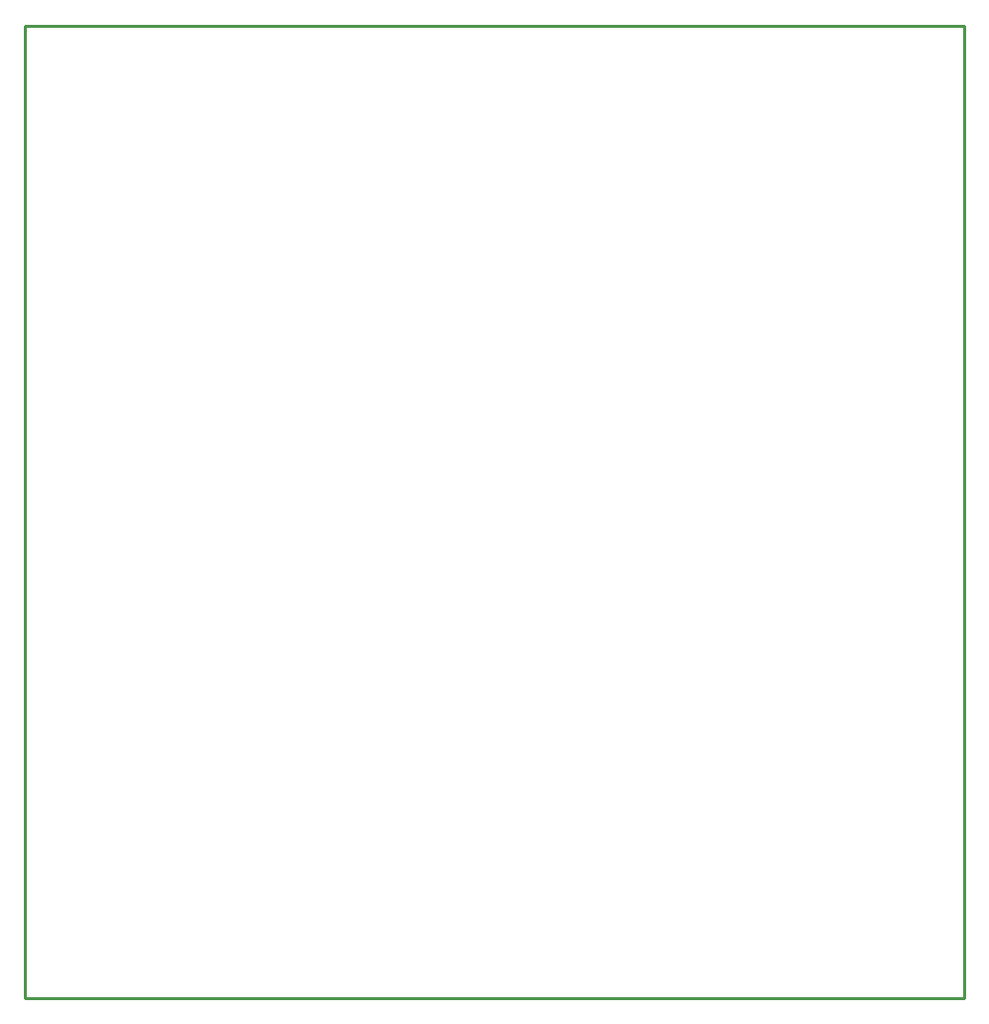
<source format=gko>
%FSTAX23Y23*%
%MOIN*%
%SFA1B1*%

%IPPOS*%
%ADD76C,0.010000*%
%LNninja_ecu_pcb-1*%
%LPD*%
G54D76*
X-0002Y-00015D02*
Y03245D01*
Y-00015D02*
X0313D01*
Y03245*
X-0002D02*
X0313D01*
M02*
</source>
